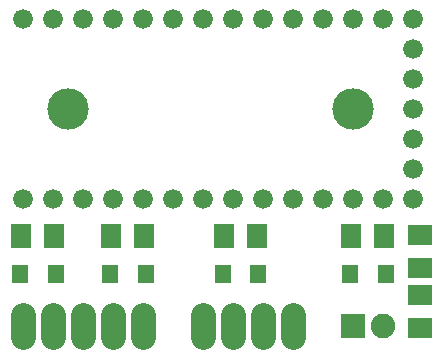
<source format=gts>
G75*
%MOIN*%
%OFA0B0*%
%FSLAX25Y25*%
%IPPOS*%
%LPD*%
%AMOC8*
5,1,8,0,0,1.08239X$1,22.5*
%
%ADD10C,0.08200*%
%ADD11C,0.13800*%
%ADD12R,0.08200X0.08200*%
%ADD13C,0.08200*%
%ADD14R,0.05524X0.06312*%
%ADD15R,0.07099X0.07887*%
%ADD16R,0.07887X0.07099*%
%ADD17C,0.06600*%
D10*
X0011800Y0011800D02*
X0011800Y0019200D01*
X0021800Y0019200D02*
X0021800Y0011800D01*
X0031800Y0011800D02*
X0031800Y0019200D01*
X0041800Y0019200D02*
X0041800Y0011800D01*
X0051800Y0011800D02*
X0051800Y0019200D01*
X0071800Y0019200D02*
X0071800Y0011800D01*
X0081800Y0011800D02*
X0081800Y0019200D01*
X0091800Y0019200D02*
X0091800Y0011800D01*
X0101800Y0011800D02*
X0101800Y0019200D01*
D11*
X0121800Y0088000D03*
X0026800Y0088000D03*
D12*
X0121800Y0015500D03*
D13*
X0131800Y0015500D03*
D14*
X0132706Y0033000D03*
X0120894Y0033000D03*
X0090206Y0033000D03*
X0078394Y0033000D03*
X0052706Y0033000D03*
X0040894Y0033000D03*
X0022706Y0033000D03*
X0010894Y0033000D03*
D15*
X0011288Y0045500D03*
X0022312Y0045500D03*
X0041288Y0045500D03*
X0052312Y0045500D03*
X0078788Y0045500D03*
X0089812Y0045500D03*
X0121288Y0045500D03*
X0132312Y0045500D03*
D16*
X0144300Y0046012D03*
X0144300Y0034988D03*
X0144300Y0026012D03*
X0144300Y0014988D03*
D17*
X0141800Y0058000D03*
X0131800Y0058000D03*
X0121800Y0058000D03*
X0111800Y0058000D03*
X0101800Y0058000D03*
X0091800Y0058000D03*
X0081800Y0058000D03*
X0071800Y0058000D03*
X0061800Y0058000D03*
X0051800Y0058000D03*
X0041800Y0058000D03*
X0031800Y0058000D03*
X0021800Y0058000D03*
X0011800Y0058000D03*
X0011800Y0118000D03*
X0021800Y0118000D03*
X0031800Y0118000D03*
X0041800Y0118000D03*
X0051800Y0118000D03*
X0061800Y0118000D03*
X0071800Y0118000D03*
X0081800Y0118000D03*
X0091800Y0118000D03*
X0101800Y0118000D03*
X0111800Y0118000D03*
X0121800Y0118000D03*
X0131800Y0118000D03*
X0141800Y0118000D03*
X0141800Y0108000D03*
X0141800Y0098000D03*
X0141800Y0088000D03*
X0141800Y0078000D03*
X0141800Y0068000D03*
M02*

</source>
